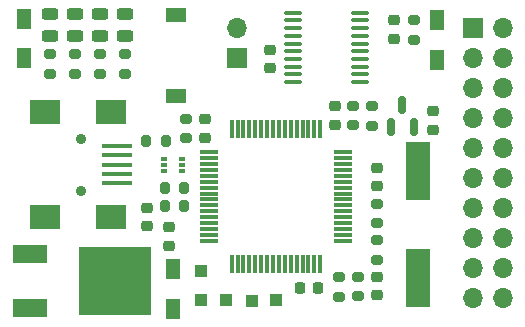
<source format=gbr>
%TF.GenerationSoftware,KiCad,Pcbnew,(6.0.7)*%
%TF.CreationDate,2022-09-02T14:05:42+02:00*%
%TF.ProjectId,blackmagic,626c6163-6b6d-4616-9769-632e6b696361,rev?*%
%TF.SameCoordinates,Original*%
%TF.FileFunction,Soldermask,Top*%
%TF.FilePolarity,Negative*%
%FSLAX46Y46*%
G04 Gerber Fmt 4.6, Leading zero omitted, Abs format (unit mm)*
G04 Created by KiCad (PCBNEW (6.0.7)) date 2022-09-02 14:05:42*
%MOMM*%
%LPD*%
G01*
G04 APERTURE LIST*
G04 Aperture macros list*
%AMRoundRect*
0 Rectangle with rounded corners*
0 $1 Rounding radius*
0 $2 $3 $4 $5 $6 $7 $8 $9 X,Y pos of 4 corners*
0 Add a 4 corners polygon primitive as box body*
4,1,4,$2,$3,$4,$5,$6,$7,$8,$9,$2,$3,0*
0 Add four circle primitives for the rounded corners*
1,1,$1+$1,$2,$3*
1,1,$1+$1,$4,$5*
1,1,$1+$1,$6,$7*
1,1,$1+$1,$8,$9*
0 Add four rect primitives between the rounded corners*
20,1,$1+$1,$2,$3,$4,$5,0*
20,1,$1+$1,$4,$5,$6,$7,0*
20,1,$1+$1,$6,$7,$8,$9,0*
20,1,$1+$1,$8,$9,$2,$3,0*%
G04 Aperture macros list end*
%ADD10R,1.000000X1.000000*%
%ADD11R,1.800000X1.250000*%
%ADD12R,2.000000X5.000000*%
%ADD13RoundRect,0.075000X0.700000X0.075000X-0.700000X0.075000X-0.700000X-0.075000X0.700000X-0.075000X0*%
%ADD14RoundRect,0.075000X0.075000X0.700000X-0.075000X0.700000X-0.075000X-0.700000X0.075000X-0.700000X0*%
%ADD15R,3.000000X1.600000*%
%ADD16R,6.200000X5.800000*%
%ADD17R,0.508000X0.300000*%
%ADD18RoundRect,0.100000X0.637500X0.100000X-0.637500X0.100000X-0.637500X-0.100000X0.637500X-0.100000X0*%
%ADD19RoundRect,0.200000X0.275000X-0.200000X0.275000X0.200000X-0.275000X0.200000X-0.275000X-0.200000X0*%
%ADD20RoundRect,0.200000X-0.275000X0.200000X-0.275000X-0.200000X0.275000X-0.200000X0.275000X0.200000X0*%
%ADD21RoundRect,0.200000X-0.200000X-0.275000X0.200000X-0.275000X0.200000X0.275000X-0.200000X0.275000X0*%
%ADD22RoundRect,0.150000X0.150000X-0.587500X0.150000X0.587500X-0.150000X0.587500X-0.150000X-0.587500X0*%
%ADD23O,1.700000X1.700000*%
%ADD24R,1.700000X1.700000*%
%ADD25C,0.900000*%
%ADD26R,2.600000X0.450000*%
%ADD27R,2.500000X2.000000*%
%ADD28RoundRect,0.243750X0.456250X-0.243750X0.456250X0.243750X-0.456250X0.243750X-0.456250X-0.243750X0*%
%ADD29RoundRect,0.225000X0.250000X-0.225000X0.250000X0.225000X-0.250000X0.225000X-0.250000X-0.225000X0*%
%ADD30RoundRect,0.225000X-0.250000X0.225000X-0.250000X-0.225000X0.250000X-0.225000X0.250000X0.225000X0*%
%ADD31RoundRect,0.225000X0.225000X0.250000X-0.225000X0.250000X-0.225000X-0.250000X0.225000X-0.250000X0*%
%ADD32R,1.296000X1.758000*%
G04 APERTURE END LIST*
D10*
%TO.C,TP5*%
X42525000Y-45050000D03*
%TD*%
%TO.C,TP4*%
X40450000Y-45075000D03*
%TD*%
%TO.C,TP3*%
X38300000Y-45050000D03*
%TD*%
%TO.C,TP2*%
X36175000Y-45050000D03*
%TD*%
%TO.C,TP1*%
X36150000Y-42575000D03*
%TD*%
D11*
%TO.C,S1*%
X34025000Y-27725000D03*
X34025000Y-20875000D03*
%TD*%
D12*
%TO.C,X1*%
X54500000Y-34135000D03*
X54500000Y-43135000D03*
%TD*%
D13*
%TO.C,U4*%
X48175000Y-40000000D03*
X48175000Y-39500000D03*
X48175000Y-39000000D03*
X48175000Y-38500000D03*
X48175000Y-38000000D03*
X48175000Y-37500000D03*
X48175000Y-37000000D03*
X48175000Y-36500000D03*
X48175000Y-36000000D03*
X48175000Y-35500000D03*
X48175000Y-35000000D03*
X48175000Y-34500000D03*
X48175000Y-34000000D03*
X48175000Y-33500000D03*
X48175000Y-33000000D03*
X48175000Y-32500000D03*
D14*
X46250000Y-30575000D03*
X45750000Y-30575000D03*
X45250000Y-30575000D03*
X44750000Y-30575000D03*
X44250000Y-30575000D03*
X43750000Y-30575000D03*
X43250000Y-30575000D03*
X42750000Y-30575000D03*
X42250000Y-30575000D03*
X41750000Y-30575000D03*
X41250000Y-30575000D03*
X40750000Y-30575000D03*
X40250000Y-30575000D03*
X39750000Y-30575000D03*
X39250000Y-30575000D03*
X38750000Y-30575000D03*
D13*
X36825000Y-32500000D03*
X36825000Y-33000000D03*
X36825000Y-33500000D03*
X36825000Y-34000000D03*
X36825000Y-34500000D03*
X36825000Y-35000000D03*
X36825000Y-35500000D03*
X36825000Y-36000000D03*
X36825000Y-36500000D03*
X36825000Y-37000000D03*
X36825000Y-37500000D03*
X36825000Y-38000000D03*
X36825000Y-38500000D03*
X36825000Y-39000000D03*
X36825000Y-39500000D03*
X36825000Y-40000000D03*
D14*
X38750000Y-41925000D03*
X39250000Y-41925000D03*
X39750000Y-41925000D03*
X40250000Y-41925000D03*
X40750000Y-41925000D03*
X41250000Y-41925000D03*
X41750000Y-41925000D03*
X42250000Y-41925000D03*
X42750000Y-41925000D03*
X43250000Y-41925000D03*
X43750000Y-41925000D03*
X44250000Y-41925000D03*
X44750000Y-41925000D03*
X45250000Y-41925000D03*
X45750000Y-41925000D03*
X46250000Y-41925000D03*
%TD*%
D15*
%TO.C,U3*%
X21695000Y-41090000D03*
X21695000Y-45660000D03*
D16*
X28875000Y-43375000D03*
%TD*%
D17*
%TO.C,U2*%
X33025000Y-33075000D03*
X33025000Y-33575000D03*
X33025000Y-34075000D03*
X34525000Y-34075000D03*
X34525000Y-33575000D03*
X34525000Y-33075000D03*
%TD*%
D18*
%TO.C,U1*%
X49637500Y-26550000D03*
X49637500Y-25900000D03*
X49637500Y-25250000D03*
X49637500Y-24600000D03*
X49637500Y-23950000D03*
X49637500Y-23300000D03*
X49637500Y-22650000D03*
X49637500Y-22000000D03*
X49637500Y-21350000D03*
X49637500Y-20700000D03*
X43912500Y-20700000D03*
X43912500Y-21350000D03*
X43912500Y-22000000D03*
X43912500Y-22650000D03*
X43912500Y-23300000D03*
X43912500Y-23950000D03*
X43912500Y-24600000D03*
X43912500Y-25250000D03*
X43912500Y-25900000D03*
X43912500Y-26550000D03*
%TD*%
D19*
%TO.C,R15*%
X50650000Y-30275000D03*
X50650000Y-28625000D03*
%TD*%
%TO.C,R14*%
X34900000Y-31300000D03*
X34900000Y-29650000D03*
%TD*%
%TO.C,R13*%
X47800000Y-44750000D03*
X47800000Y-43100000D03*
%TD*%
%TO.C,R12*%
X49450000Y-43050000D03*
X49450000Y-44700000D03*
%TD*%
%TO.C,R11*%
X29695000Y-25845000D03*
X29695000Y-24195000D03*
%TD*%
%TO.C,R10*%
X27595000Y-25870000D03*
X27595000Y-24220000D03*
%TD*%
%TO.C,R9*%
X25520000Y-25870000D03*
X25520000Y-24220000D03*
%TD*%
%TO.C,R8*%
X23345000Y-25870000D03*
X23345000Y-24220000D03*
%TD*%
D20*
%TO.C,R7*%
X51050000Y-36875000D03*
X51050000Y-38525000D03*
%TD*%
%TO.C,R6*%
X51050000Y-39975000D03*
X51050000Y-41625000D03*
%TD*%
%TO.C,R5*%
X49050000Y-28575000D03*
X49050000Y-30225000D03*
%TD*%
D21*
%TO.C,R4*%
X34725000Y-37050000D03*
X33075000Y-37050000D03*
%TD*%
%TO.C,R3*%
X33075000Y-35525000D03*
X34725000Y-35525000D03*
%TD*%
%TO.C,R2*%
X31500000Y-31575000D03*
X33150000Y-31575000D03*
%TD*%
D20*
%TO.C,R1*%
X54175000Y-21325000D03*
X54175000Y-22975000D03*
%TD*%
D22*
%TO.C,Q1*%
X52250000Y-30387500D03*
X54150000Y-30387500D03*
X53200000Y-28512500D03*
%TD*%
D23*
%TO.C,J3*%
X39200000Y-21985000D03*
D24*
X39200000Y-24525000D03*
%TD*%
D25*
%TO.C,J2*%
X25975000Y-35750000D03*
X25975000Y-31350000D03*
D26*
X29075000Y-31950000D03*
X29075000Y-32750000D03*
X29075000Y-33550000D03*
X29075000Y-34350000D03*
X29075000Y-35150000D03*
D27*
X28567000Y-29105000D03*
X22979000Y-29105000D03*
X28567000Y-37995000D03*
X22979000Y-37995000D03*
%TD*%
D24*
%TO.C,J1*%
X59175000Y-22000000D03*
D23*
X61715000Y-22000000D03*
X59175000Y-24540000D03*
X61715000Y-24540000D03*
X59175000Y-27080000D03*
X61715000Y-27080000D03*
X59175000Y-29620000D03*
X61715000Y-29620000D03*
X59175000Y-32160000D03*
X61715000Y-32160000D03*
X59175000Y-34700000D03*
X61715000Y-34700000D03*
X59175000Y-37240000D03*
X61715000Y-37240000D03*
X59175000Y-39780000D03*
X61715000Y-39780000D03*
X59175000Y-42320000D03*
X61715000Y-42320000D03*
X59175000Y-44860000D03*
X61715000Y-44860000D03*
%TD*%
D28*
%TO.C,D4*%
X29695000Y-22682500D03*
X29695000Y-20807500D03*
%TD*%
%TO.C,D3*%
X27595000Y-22682500D03*
X27595000Y-20807500D03*
%TD*%
%TO.C,D2*%
X25470000Y-22682500D03*
X25470000Y-20807500D03*
%TD*%
%TO.C,D1*%
X23345000Y-22682500D03*
X23345000Y-20807500D03*
%TD*%
D29*
%TO.C,C13*%
X41975000Y-25400000D03*
X41975000Y-23850000D03*
%TD*%
%TO.C,C12*%
X33475000Y-40425000D03*
X33475000Y-38875000D03*
%TD*%
%TO.C,C11*%
X47475000Y-30175000D03*
X47475000Y-28625000D03*
%TD*%
D30*
%TO.C,C10*%
X51050000Y-33850000D03*
X51050000Y-35400000D03*
%TD*%
D31*
%TO.C,C9*%
X46075000Y-44000000D03*
X44525000Y-44000000D03*
%TD*%
D29*
%TO.C,C8*%
X36450000Y-31275000D03*
X36450000Y-29725000D03*
%TD*%
%TO.C,C7*%
X31575000Y-38775000D03*
X31575000Y-37225000D03*
%TD*%
D32*
%TO.C,C6*%
X33750000Y-42388500D03*
X33750000Y-45761500D03*
%TD*%
%TO.C,C5*%
X21125000Y-24561500D03*
X21125000Y-21188500D03*
%TD*%
D30*
%TO.C,C4*%
X51025000Y-43075000D03*
X51025000Y-44625000D03*
%TD*%
D29*
%TO.C,C3*%
X55800000Y-30600000D03*
X55800000Y-29050000D03*
%TD*%
D30*
%TO.C,C2*%
X52525000Y-21350000D03*
X52525000Y-22900000D03*
%TD*%
D32*
%TO.C,C1*%
X56125000Y-21288500D03*
X56125000Y-24661500D03*
%TD*%
M02*

</source>
